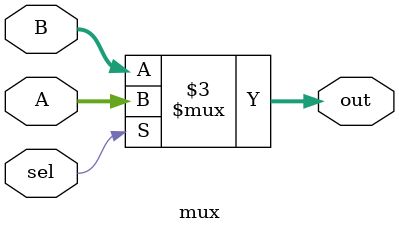
<source format=v>
module mux #(parameter WIDTH = 8)
(
    input [WIDTH-1:0] A,
    input [WIDTH-1:0] B,
    input sel,
    // input enable,
    output reg [WIDTH-1:0] out
    
);
    always @(*) begin 
        if (sel)
            out <= A;
        else
            out <= B;
    end
endmodule
</source>
